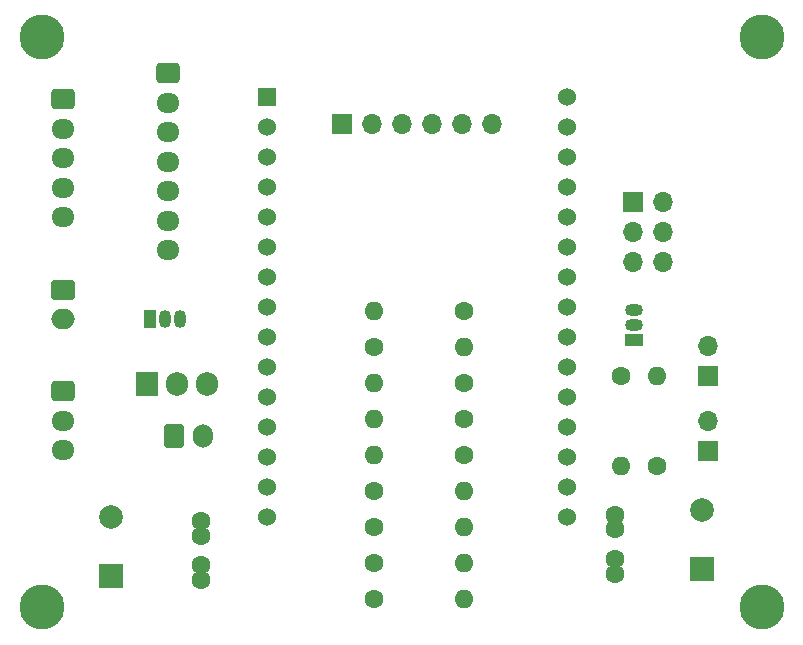
<source format=gts>
G04 #@! TF.GenerationSoftware,KiCad,Pcbnew,8.0.8*
G04 #@! TF.CreationDate,2025-01-19T23:43:05+01:00*
G04 #@! TF.ProjectId,ESP32ScoringDevice_PCB_THT_Rev1.2,45535033-3253-4636-9f72-696e67446576,1.1*
G04 #@! TF.SameCoordinates,Original*
G04 #@! TF.FileFunction,Soldermask,Top*
G04 #@! TF.FilePolarity,Negative*
%FSLAX46Y46*%
G04 Gerber Fmt 4.6, Leading zero omitted, Abs format (unit mm)*
G04 Created by KiCad (PCBNEW 8.0.8) date 2025-01-19 23:43:05*
%MOMM*%
%LPD*%
G01*
G04 APERTURE LIST*
G04 Aperture macros list*
%AMRoundRect*
0 Rectangle with rounded corners*
0 $1 Rounding radius*
0 $2 $3 $4 $5 $6 $7 $8 $9 X,Y pos of 4 corners*
0 Add a 4 corners polygon primitive as box body*
4,1,4,$2,$3,$4,$5,$6,$7,$8,$9,$2,$3,0*
0 Add four circle primitives for the rounded corners*
1,1,$1+$1,$2,$3*
1,1,$1+$1,$4,$5*
1,1,$1+$1,$6,$7*
1,1,$1+$1,$8,$9*
0 Add four rect primitives between the rounded corners*
20,1,$1+$1,$2,$3,$4,$5,0*
20,1,$1+$1,$4,$5,$6,$7,0*
20,1,$1+$1,$6,$7,$8,$9,0*
20,1,$1+$1,$8,$9,$2,$3,0*%
G04 Aperture macros list end*
%ADD10C,1.600000*%
%ADD11R,1.700000X1.700000*%
%ADD12O,1.700000X1.700000*%
%ADD13RoundRect,0.250000X-0.600000X-0.750000X0.600000X-0.750000X0.600000X0.750000X-0.600000X0.750000X0*%
%ADD14O,1.700000X2.000000*%
%ADD15R,1.524000X1.524000*%
%ADD16C,1.524000*%
%ADD17O,1.600000X1.600000*%
%ADD18R,2.000000X2.000000*%
%ADD19C,2.000000*%
%ADD20R,1.050000X1.500000*%
%ADD21O,1.050000X1.500000*%
%ADD22C,3.800000*%
%ADD23RoundRect,0.250000X-0.725000X0.600000X-0.725000X-0.600000X0.725000X-0.600000X0.725000X0.600000X0*%
%ADD24O,1.950000X1.700000*%
%ADD25R,1.500000X1.050000*%
%ADD26O,1.500000X1.050000*%
%ADD27RoundRect,0.250000X-0.750000X0.600000X-0.750000X-0.600000X0.750000X-0.600000X0.750000X0.600000X0*%
%ADD28O,2.000000X1.700000*%
%ADD29R,1.905000X2.000000*%
%ADD30O,1.905000X2.000000*%
G04 APERTURE END LIST*
D10*
X129794000Y-126706000D03*
X129794000Y-125456000D03*
X129794000Y-122956000D03*
X129794000Y-121706000D03*
D11*
X137668000Y-116332000D03*
D12*
X137668000Y-113792000D03*
D11*
X137668000Y-109982000D03*
D12*
X137668000Y-107442000D03*
D13*
X92476000Y-115045000D03*
D14*
X94976000Y-115045000D03*
D15*
X100330000Y-86360000D03*
D16*
X100330000Y-88900000D03*
X100330000Y-91440000D03*
X100330000Y-93980000D03*
X100330000Y-96520000D03*
X100330000Y-99060000D03*
X100330000Y-101600000D03*
X100330000Y-104140000D03*
X100330000Y-106680000D03*
X100330000Y-109220000D03*
X100330000Y-111760000D03*
X100330000Y-114300000D03*
X100330000Y-116840000D03*
X100330000Y-119380000D03*
X100330000Y-121920000D03*
X125730000Y-121920000D03*
X125730000Y-119380000D03*
X125730000Y-116840000D03*
X125730000Y-114300000D03*
X125730000Y-111760000D03*
X125730000Y-109220000D03*
X125730000Y-106680000D03*
X125730000Y-104140000D03*
X125730000Y-101600000D03*
X125730000Y-99060000D03*
X125730000Y-96520000D03*
X125730000Y-93980000D03*
X125730000Y-91440000D03*
X125730000Y-88900000D03*
X125730000Y-86360000D03*
D10*
X109398000Y-107522000D03*
D17*
X117018000Y-107522000D03*
D10*
X94742000Y-127234000D03*
X94742000Y-125984000D03*
X94742000Y-123484000D03*
X94742000Y-122234000D03*
D18*
X87122000Y-126920000D03*
D19*
X87122000Y-121920000D03*
D10*
X117030000Y-113618000D03*
D17*
X109410000Y-113618000D03*
D20*
X90424000Y-105156000D03*
D21*
X91694000Y-105156000D03*
X92964000Y-105156000D03*
D11*
X106680000Y-88646000D03*
D12*
X109220000Y-88646000D03*
X111760000Y-88646000D03*
X114300000Y-88646000D03*
X116840000Y-88646000D03*
X119380000Y-88646000D03*
D22*
X81280000Y-81280000D03*
D23*
X91948000Y-84328000D03*
D24*
X91948000Y-86828000D03*
X91948000Y-89328000D03*
X91948000Y-91828000D03*
X91948000Y-94328000D03*
X91948000Y-96828000D03*
X91948000Y-99328000D03*
D23*
X83058000Y-86520000D03*
D24*
X83058000Y-89020000D03*
X83058000Y-91520000D03*
X83058000Y-94020000D03*
X83058000Y-96520000D03*
D10*
X117030000Y-110570000D03*
D17*
X109410000Y-110570000D03*
D22*
X142240000Y-129540000D03*
D25*
X131474800Y-106934000D03*
D26*
X131474800Y-105664000D03*
X131474800Y-104394000D03*
D10*
X130302000Y-109982000D03*
D17*
X130302000Y-117602000D03*
D23*
X83058000Y-111252000D03*
D24*
X83058000Y-113752000D03*
X83058000Y-116252000D03*
D27*
X83058000Y-102656000D03*
D28*
X83058000Y-105156000D03*
D10*
X117018000Y-104474000D03*
D17*
X109398000Y-104474000D03*
D11*
X131318000Y-95250000D03*
D12*
X133858000Y-95250000D03*
X131318000Y-97790000D03*
X133858000Y-97790000D03*
X131318000Y-100330000D03*
X133858000Y-100330000D03*
D10*
X117030000Y-116666000D03*
D17*
X109410000Y-116666000D03*
D10*
X109410000Y-128820000D03*
D17*
X117030000Y-128820000D03*
D22*
X81280000Y-129540000D03*
D10*
X109410000Y-122724000D03*
D17*
X117030000Y-122724000D03*
D10*
X133350000Y-117602000D03*
D17*
X133350000Y-109982000D03*
D22*
X142240000Y-81280000D03*
D29*
X90170000Y-110673000D03*
D30*
X92710000Y-110673000D03*
X95250000Y-110673000D03*
D10*
X109410000Y-125772000D03*
D17*
X117030000Y-125772000D03*
D18*
X137160000Y-126319700D03*
D19*
X137160000Y-121319700D03*
D10*
X109410000Y-119676000D03*
D17*
X117030000Y-119676000D03*
M02*

</source>
